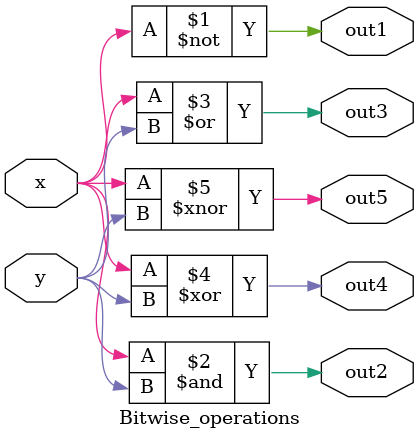
<source format=v>
`timescale 1ns / 1ps


module Bitwise_operations(input x,y,output out1,out2,out3,out4,out5);
assign out1=~x;
assign out2=x&y;
assign out3=x|y;
assign out4=x^y;
assign out5=x^~y;
endmodule

</source>
